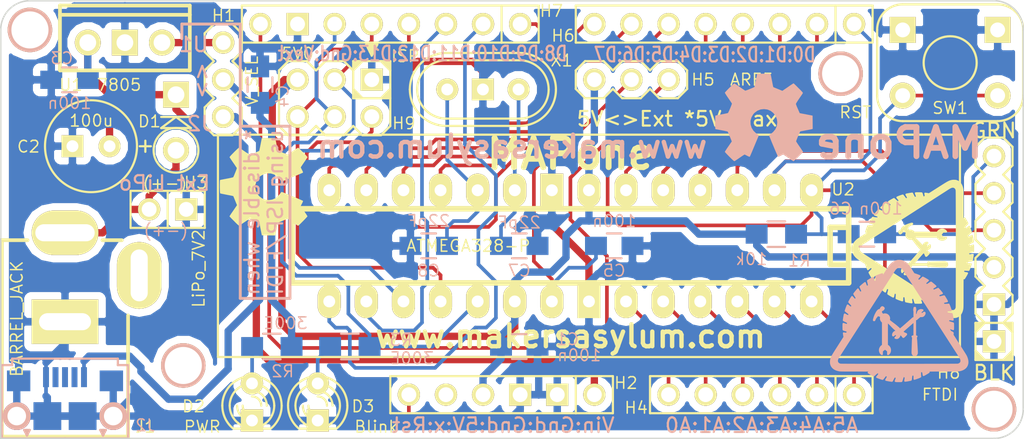
<source format=kicad_pcb>
(kicad_pcb (version 20171130) (host pcbnew "(5.1.12)-1")
  (title_block (title "MAPusart - USB to USART Bridge using CP2012") (rev v1) (company "Maker's Asylum : www.github.com/MakersAsylumIndia"))
  (layers (0 F.Cu signal) (31 B.Cu signal) (34 B.Paste user) (35 F.Paste user) (36 B.SilkS user) (37 F.SilkS user) (38 B.Mask user) (39 F.Mask user) (44 Edge.Cuts user))
  (net 0 "")
  (net 1 /5V)
  (net 2 /TXD)
  (net 3 /RXD)
  (net 4 /RST)
  (net 5 GND)
  (net 6 /V_IN)
  (net 7 "Net-(C6-Pad2)")
  (net 8 "Net-(D1-Pad1)")
  (net 9 "Net-(D2-Pad1)")
  (net 10 "Net-(D3-Pad1)")
  (net 11 /V_REG)
  (net 12 /V_USB)
  (net 13 /AD0)
  (net 14 /AD1)
  (net 15 /AD2)
  (net 16 /AD3)
  (net 17 /AD4_SDA)
  (net 18 /AD5_SCL)
  (net 19 /AREF)
  (net 20 /PD2)
  (net 21 /PD3_P)
  (net 22 /PD4)
  (net 23 /PD5_P)
  (net 24 /PD6_P)
  (net 25 /PD7)
  (net 26 /PB0)
  (net 27 /PB1_P)
  (net 28 /SS_P)
  (net 29 /MOSI_P)
  (net 30 /MISO)
  (net 31 /SCK)
  (net 32 "Net-(C7-Pad1)")
  (net 33 "Net-(C8-Pad1)")
  (net 34 /Vext)
  (module MAPone.pretty:LM78XXV (layer F.Cu) (at 58.5 34.87 90)
    (fp_text reference U1 (at -2.9 -3.7 180) (layer F.SilkS) (effects (font (size 0.8 0.8) (thickness 0.1))))
    (fp_text value 7805 (at -2.9 -0.4 180) (layer F.SilkS) (effects (font (size 0.8 0.8) (thickness 0.1))))
    (pad VI thru_hole circle (at 0 -2.54 90) (size 1.778 1.778) (drill 1.143) (layers *.Cu *.Mask F.SilkS) (net 6 /V_IN))
    (pad GND thru_hole rect (at 0 0 90) (size 1.778 1.778) (drill 1.143) (layers *.Cu *.Mask F.SilkS) (net 5 GND))
    (pad VO thru_hole circle (at 0 2.54 90) (size 1.778 1.778) (drill 1.143) (layers *.Cu *.Mask F.SilkS) (net 11 /V_REG))
  )
  (module MAPone.pretty:SW-PB (layer F.Cu) (at 115 36.25 270)
    (fp_text reference SW1 (at 3.1 0) (layer F.SilkS) (effects (font (size 0.8 0.8) (thickness 0.1))))
    (fp_text value RST (at 3.4 6.5) (layer F.SilkS) (effects (font (size 0.8 0.8) (thickness 0.1))))
    (pad 1 thru_hole rect (at -2.25 -3.25 270) (size 1.778 1.778) (drill 1.016) (layers *.Cu *.Mask F.SilkS) (net 5 GND))
    (pad 2 thru_hole circle (at 2.25 3.25 270) (size 1.778 1.778) (drill 1.016) (layers *.Cu *.Mask F.SilkS) (net 4 /RST))
    (pad 2 thru_hole circle (at 2.25 -3.25 270) (size 1.778 1.778) (drill 1.016) (layers *.Cu *.Mask F.SilkS) (net 4 /RST))
    (pad 1 thru_hole rect (at -2.25 3.25 270) (size 1.778 1.778) (drill 1.016) (layers *.Cu *.Mask F.SilkS) (net 5 GND))
  )
  (module MAPone.pretty:R_0805_HandSoldering (layer B.Cu) (at 73.9 55.7 180)
    (fp_text reference R3 (at -3.5 0.45 180) (layer B.SilkS) (effects (font (size 0.8 0.8) (thickness 0.1)) (justify mirror)))
    (fp_text value 300E (at -4.25 -0.8 180) (layer B.SilkS) (effects (font (size 0.8 0.8) (thickness 0.1)) (justify mirror)))
    (pad 1 smd rect (at -1.35 0 180) (size 1.5 1.3) (layers B.Cu B.Paste B.Mask) (net 31 /SCK))
    (pad 2 smd rect (at 1.35 0 180) (size 1.5 1.3) (layers B.Cu B.Paste B.Mask) (net 10 "Net-(D3-Pad1)"))
  )
  (module MAPone.pretty:R_0805_HandSoldering (layer B.Cu) (at 68.56 55.7)
    (fp_text reference R2 (at 0.74 1.7) (layer B.SilkS) (effects (font (size 0.8 0.8) (thickness 0.1)) (justify mirror)))
    (fp_text value 300E (at 0.94 -1.6) (layer B.SilkS) (effects (font (size 0.8 0.8) (thickness 0.1)) (justify mirror)))
    (pad 1 smd rect (at -1.35 0) (size 1.5 1.3) (layers B.Cu B.Paste B.Mask) (net 9 "Net-(D2-Pad1)"))
    (pad 2 smd rect (at 1.35 0) (size 1.5 1.3) (layers B.Cu B.Paste B.Mask) (net 1 /5V))
  )
  (module MAPone.pretty:R_0805_HandSoldering (layer B.Cu) (at 103.1 48)
    (fp_text reference R1 (at 1.5698 1.8126) (layer B.SilkS) (effects (font (size 0.8 0.8) (thickness 0.1)) (justify mirror)))
    (fp_text value 10k (at -1.7068 1.711) (layer B.SilkS) (effects (font (size 0.8 0.8) (thickness 0.1)) (justify mirror)))
    (pad 1 smd rect (at -1.35 0) (size 1.5 1.3) (layers B.Cu B.Paste B.Mask) (net 1 /5V))
    (pad 2 smd rect (at 1.35 0) (size 1.5 1.3) (layers B.Cu B.Paste B.Mask) (net 4 /RST))
  )
  (module MAPone.pretty:vite_3mm (layer F.Cu) (at 118 60)
    (fp_text reference P4 hide)
    (fp_text value CONN_1 hide)
    (pad 1 thru_hole circle (at 0 0) (size 3.048 3.048) (drill 2.54) (layers *.Cu *.SilkS *.Mask))
  )
  (module MAPone.pretty:vite_3mm (layer F.Cu) (at 62.5 57)
    (fp_text reference P3 hide)
    (fp_text value CONN_1 hide)
    (pad 1 thru_hole circle (at 0 0) (size 3.048 3.048) (drill 2.54) (layers *.Cu *.SilkS *.Mask))
  )
  (module MAPone.pretty:JACK_ALIM (layer F.Cu) (at 54.4 54 90)
    (fp_text reference J1 (at -7.2 5.5) (layer F.SilkS) (effects (font (size 0.8 0.8) (thickness 0.1))))
    (fp_text value BARREL_JACK (at 0.2 -3.3 270) (layer F.SilkS) (effects (font (size 0.8 0.8) (thickness 0.1))))
    (pad 2 thru_hole rect (at 0 0 90) (size 3.048 4.572) (drill oval 1.1684 3.556) (layers *.Cu *.Mask F.SilkS) (net 5 GND))
    (pad 1 thru_hole oval (at 6.096 0 90) (size 3.048 4.572) (drill oval 1.1684 4.064) (layers *.Cu *.Mask F.SilkS) (net 8 "Net-(D1-Pad1)"))
    (pad 3 thru_hole oval (at 3.175 5.08 90) (size 4.572 3.048) (drill oval 3.556 1.1684) (layers *.Cu *.Mask F.SilkS))
  )
  (module MAPone.pretty:Header_ICSP (layer F.Cu) (at 72.86 38.68)
    (fp_text reference H9 (at 4.74 1.72 180) (layer F.SilkS) (effects (font (size 0.8 0.8) (thickness 0.1))))
    (fp_text value ISP (at 4.84 -2.88 180) (layer F.SilkS) (effects (font (size 0.8 0.8) (thickness 0.1))))
    (fp_text user 5V0 (at -2.53 -3.05) (layer F.SilkS) (effects (font (size 0.8 0.8) (thickness 0.1))))
    (pad 1 thru_hole circle (at -2.54 1.27) (size 1.524 1.524) (drill 1.016) (layers *.Cu *.Mask F.SilkS) (net 30 /MISO))
    (pad 2 thru_hole circle (at -2.54 -1.27) (size 1.524 1.524) (drill 1.016) (layers *.Cu *.Mask F.SilkS) (net 1 /5V))
    (pad 3 thru_hole circle (at 0 1.27) (size 1.524 1.524) (drill 1.016) (layers *.Cu *.Mask F.SilkS) (net 31 /SCK))
    (pad 4 thru_hole circle (at 0 -1.27) (size 1.524 1.524) (drill 1.016) (layers *.Cu *.Mask F.SilkS) (net 29 /MOSI_P))
    (pad 5 thru_hole circle (at 2.54 1.27) (size 1.524 1.524) (drill 1.016) (layers *.Cu *.Mask F.SilkS) (net 4 /RST))
    (pad 6 thru_hole rect (at 2.54 -1.27) (size 1.524 1.524) (drill 1.016) (layers *.Cu *.Mask F.SilkS) (net 5 GND))
  )
  (module MAPone.pretty:Socket_Strip_Straight_1x08 (layer F.Cu) (at 76.67 33.6)
    (fp_text reference H7 (at 11.03 -0.9) (layer F.SilkS) (effects (font (size 0.8 0.8) (thickness 0.1))))
    (fp_text value IO_H hide)
    (pad 1 thru_hole circle (at 8.89 0) (size 1.524 1.524) (drill 1.016) (layers *.Cu *.Mask F.SilkS) (net 26 /PB0))
    (pad 2 thru_hole circle (at 6.35 0) (size 1.524 1.524) (drill 1.016) (layers *.Cu *.Mask F.SilkS) (net 27 /PB1_P))
    (pad 3 thru_hole circle (at 3.81 0) (size 1.524 1.524) (drill 1.016) (layers *.Cu *.Mask F.SilkS) (net 28 /SS_P))
    (pad 4 thru_hole circle (at 1.27 0) (size 1.524 1.524) (drill 1.016) (layers *.Cu *.Mask F.SilkS) (net 29 /MOSI_P))
    (pad 5 thru_hole circle (at -1.27 0) (size 1.524 1.524) (drill 1.016) (layers *.Cu *.Mask F.SilkS) (net 30 /MISO))
    (pad 6 thru_hole circle (at -3.81 0) (size 1.524 1.524) (drill 1.016) (layers *.Cu *.Mask F.SilkS) (net 31 /SCK))
    (pad 7 thru_hole rect (at -6.35 0) (size 1.524 1.524) (drill 1.016) (layers *.Cu *.Mask F.SilkS) (net 5 GND))
    (pad 8 thru_hole circle (at -8.89 0) (size 1.524 1.524) (drill 1.016) (layers *.Cu *.Mask F.SilkS) (net 34 /Vext))
  )
  (module MAPone.pretty:Socket_Strip_Straight_1x08 (layer F.Cu) (at 99.53 33.6)
    (fp_text reference H6 (at -11.03 0.8) (layer F.SilkS) (effects (font (size 0.8 0.8) (thickness 0.1))))
    (fp_text value IO_L hide)
    (pad 1 thru_hole circle (at 8.89 0) (size 1.524 1.524) (drill 1.016) (layers *.Cu *.Mask F.SilkS) (net 3 /RXD))
    (pad 2 thru_hole circle (at 6.35 0) (size 1.524 1.524) (drill 1.016) (layers *.Cu *.Mask F.SilkS) (net 2 /TXD))
    (pad 3 thru_hole circle (at 3.81 0) (size 1.524 1.524) (drill 1.016) (layers *.Cu *.Mask F.SilkS) (net 20 /PD2))
    (pad 4 thru_hole circle (at 1.27 0) (size 1.524 1.524) (drill 1.016) (layers *.Cu *.Mask F.SilkS) (net 21 /PD3_P))
    (pad 5 thru_hole circle (at -1.27 0) (size 1.524 1.524) (drill 1.016) (layers *.Cu *.Mask F.SilkS) (net 22 /PD4))
    (pad 6 thru_hole circle (at -3.81 0) (size 1.524 1.524) (drill 1.016) (layers *.Cu *.Mask F.SilkS) (net 23 /PD5_P))
    (pad 7 thru_hole circle (at -6.35 0) (size 1.524 1.524) (drill 1.016) (layers *.Cu *.Mask F.SilkS) (net 24 /PD6_P))
    (pad 8 thru_hole circle (at -8.89 0) (size 1.524 1.524) (drill 1.016) (layers *.Cu *.Mask F.SilkS) (net 25 /PD7))
  )
  (module MAPone.pretty:Socket_Strip_Straight_1x06 (layer F.Cu) (at 102.07 59)
    (fp_text reference H4 (at -8.57 0.9) (layer F.SilkS) (effects (font (size 0.8 0.8) (thickness 0.1))))
    (fp_text value ANALOG hide)
    (pad 1 thru_hole circle (at 6.35 0) (size 1.524 1.524) (drill 1.016) (layers *.Cu *.Mask F.SilkS) (net 18 /AD5_SCL))
    (pad 2 thru_hole circle (at 3.81 0) (size 1.524 1.524) (drill 1.016) (layers *.Cu *.Mask F.SilkS) (net 17 /AD4_SDA))
    (pad 3 thru_hole circle (at 1.27 0) (size 1.524 1.524) (drill 1.016) (layers *.Cu *.Mask F.SilkS) (net 16 /AD3))
    (pad 4 thru_hole circle (at -1.27 0) (size 1.524 1.524) (drill 1.016) (layers *.Cu *.Mask F.SilkS) (net 15 /AD2))
    (pad 5 thru_hole circle (at -3.81 0) (size 1.524 1.524) (drill 1.016) (layers *.Cu *.Mask F.SilkS) (net 14 /AD1))
    (pad 6 thru_hole circle (at -6.35 0) (size 1.524 1.524) (drill 1.016) (layers *.Cu *.Mask F.SilkS) (net 13 /AD0))
  )
  (module MAPone.pretty:Socket_Strip_Straight_1x06 (layer F.Cu) (at 84.29 59)
    (fp_text reference H2 (at 8.51 -0.8) (layer F.SilkS) (effects (font (size 0.8 0.8) (thickness 0.1))))
    (fp_text value Power hide)
    (pad 1 thru_hole circle (at 6.35 0) (size 1.524 1.524) (drill 1.016) (layers *.Cu *.Mask F.SilkS) (net 6 /V_IN))
    (pad 2 thru_hole rect (at 3.81 0) (size 1.524 1.524) (drill 1.016) (layers *.Cu *.Mask F.SilkS) (net 5 GND))
    (pad 3 thru_hole rect (at 1.27 0) (size 1.524 1.524) (drill 1.016) (layers *.Cu *.Mask F.SilkS) (net 5 GND))
    (pad 4 thru_hole circle (at -1.27 0) (size 1.524 1.524) (drill 1.016) (layers *.Cu *.Mask F.SilkS) (net 1 /5V))
    (pad 5 thru_hole circle (at -3.81 0) (size 1.524 1.524) (drill 1.016) (layers *.Cu *.Mask F.SilkS))
    (pad 6 thru_hole circle (at -6.35 0) (size 1.524 1.524) (drill 1.016) (layers *.Cu *.Mask F.SilkS) (net 4 /RST))
  )
  (module MAPone.pretty:Header_3 (layer F.Cu) (at 65.23 37.41 270)
    (fp_text reference H1 (at -4.39 -0.02 180) (layer F.SilkS) (effects (font (size 0.8 0.8) (thickness 0.1))))
    (fp_text value V_SEL (at 0.09 -1.97 90) (layer F.SilkS) (effects (font (size 0.8 0.8) (thickness 0.1))))
    (pad 1 thru_hole circle (at -2.54 0 270) (size 1.524 1.524) (drill 1.016) (layers *.Cu *.Mask F.SilkS) (net 11 /V_REG))
    (pad 2 thru_hole circle (at 0 0 270) (size 1.524 1.524) (drill 1.016) (layers *.Cu *.Mask F.SilkS) (net 1 /5V))
    (pad 3 thru_hole circle (at 2.54 0 270) (size 1.524 1.524) (drill 1.016) (layers *.Cu *.Mask F.SilkS) (net 12 /V_USB))
  )
  (module MAPone.pretty:LED-3MM (layer F.Cu) (at 71.7 59.5 270)
    (fp_text reference D3 (at 0.3 -3.1) (layer F.SilkS) (effects (font (size 0.8 0.8) (thickness 0.1))))
    (fp_text value Blink (at 1.7 -4) (layer F.SilkS) (effects (font (size 0.8 0.8) (thickness 0.1))))
    (pad 1 thru_hole circle (at -1.27 0 270) (size 1.524 1.524) (drill 0.8128) (layers *.Cu *.Mask F.SilkS) (net 10 "Net-(D3-Pad1)"))
    (pad 2 thru_hole rect (at 1.27 0 270) (size 1.524 1.524) (drill 0.8128) (layers *.Cu *.Mask F.SilkS) (net 5 GND))
  )
  (module MAPone.pretty:LED-3MM (layer F.Cu) (at 67.2 59.5 270)
    (fp_text reference D2 (at 0.3 4) (layer F.SilkS) (effects (font (size 0.8 0.8) (thickness 0.1))))
    (fp_text value PWR (at 1.7 3.4) (layer F.SilkS) (effects (font (size 0.8 0.8) (thickness 0.1))))
    (pad 1 thru_hole circle (at -1.27 0 270) (size 1.524 1.524) (drill 0.8128) (layers *.Cu *.Mask F.SilkS) (net 9 "Net-(D2-Pad1)"))
    (pad 2 thru_hole rect (at 1.27 0 270) (size 1.524 1.524) (drill 0.8128) (layers *.Cu *.Mask F.SilkS) (net 5 GND))
  )
  (module MAPone.pretty:C_0805_HandSoldering (layer B.Cu) (at 79.3 48.8 180)
    (fp_text reference C8 (at 0 -1.7 180) (layer B.SilkS) (effects (font (size 0.8 0.8) (thickness 0.1)) (justify mirror)))
    (fp_text value 22pF (at 0 1.7 180) (layer B.SilkS) (effects (font (size 0.8 0.8) (thickness 0.1)) (justify mirror)))
    (pad 1 smd rect (at -1.25 0 180) (size 1.5 1.25) (layers B.Cu B.Paste B.Mask) (net 33 "Net-(C8-Pad1)"))
    (pad 2 smd rect (at 1.25 0 180) (size 1.5 1.25) (layers B.Cu B.Paste B.Mask) (net 5 GND))
  )
  (module MAPone.pretty:C_0805_HandSoldering (layer B.Cu) (at 85.5 48.8)
    (fp_text reference C7 (at 0 1.7) (layer B.SilkS) (effects (font (size 0.8 0.8) (thickness 0.1)) (justify mirror)))
    (fp_text value 22pF (at 0 -1.6) (layer B.SilkS) (effects (font (size 0.8 0.8) (thickness 0.1)) (justify mirror)))
    (pad 1 smd rect (at -1.25 0) (size 1.5 1.25) (layers B.Cu B.Paste B.Mask) (net 32 "Net-(C7-Pad1)"))
    (pad 2 smd rect (at 1.25 0) (size 1.5 1.25) (layers B.Cu B.Paste B.Mask) (net 5 GND))
  )
  (module MAPone.pretty:C_0805_HandSoldering (layer B.Cu) (at 109.3 48)
    (fp_text reference C6 (at -1.8 -1.75) (layer B.SilkS) (effects (font (size 0.8 0.8) (thickness 0.1)) (justify mirror)))
    (fp_text value 100n (at 0.95 -1.75) (layer B.SilkS) (effects (font (size 0.8 0.8) (thickness 0.1)) (justify mirror)))
    (pad 1 smd rect (at -1.25 0) (size 1.5 1.25) (layers B.Cu B.Paste B.Mask) (net 4 /RST))
    (pad 2 smd rect (at 1.25 0) (size 1.5 1.25) (layers B.Cu B.Paste B.Mask) (net 7 "Net-(C6-Pad2)"))
  )
  (module MAPone.pretty:C_0805_HandSoldering (layer B.Cu) (at 92 48.8)
    (fp_text reference C5 (at 0 1.7) (layer B.SilkS) (effects (font (size 0.8 0.8) (thickness 0.1)) (justify mirror)))
    (fp_text value 100n (at 0 -1.7) (layer B.SilkS) (effects (font (size 0.8 0.8) (thickness 0.1)) (justify mirror)))
    (pad 1 smd rect (at -1.25 0) (size 1.5 1.25) (layers B.Cu B.Paste B.Mask) (net 19 /AREF))
    (pad 2 smd rect (at 1.25 0) (size 1.5 1.25) (layers B.Cu B.Paste B.Mask) (net 5 GND))
  )
  (module MAPone.pretty:C_0805_HandSoldering (layer B.Cu) (at 67.75 37.75 90)
    (fp_text reference C4 (at -0.79 1.55 270) (layer B.SilkS) (effects (font (size 0.8 0.8) (thickness 0.1)) (justify mirror)))
    (fp_text value 100n hide)
    (pad 1 smd rect (at -1.25 0 90) (size 1.5 1.25) (layers B.Cu B.Paste B.Mask) (net 1 /5V))
    (pad 2 smd rect (at 1.25 0 90) (size 1.5 1.25) (layers B.Cu B.Paste B.Mask) (net 5 GND))
  )
  (module MAPone.pretty:C_0805_HandSoldering (layer B.Cu) (at 54.71 37.42)
    (fp_text reference C3 (at -0.53 -1.48 180) (layer B.SilkS) (effects (font (size 0.8 0.8) (thickness 0.1)) (justify mirror)))
    (fp_text value 100n (at 0 1.59 180) (layer B.SilkS) (effects (font (size 0.8 0.8) (thickness 0.1)) (justify mirror)))
    (pad 1 smd rect (at -1.25 0) (size 1.5 1.25) (layers B.Cu B.Paste B.Mask) (net 5 GND))
    (pad 2 smd rect (at 1.25 0) (size 1.5 1.25) (layers B.Cu B.Paste B.Mask) (net 6 /V_IN))
  )
  (module MAPone.pretty:C_0805_HandSoldering (layer B.Cu) (at 85.5 55.7)
    (fp_text reference C1 (at 3.3 -0.5) (layer B.SilkS) (effects (font (size 0.8 0.8) (thickness 0.1)) (justify mirror)))
    (fp_text value 100n (at 4.1 0.6) (layer B.SilkS) (effects (font (size 0.8 0.8) (thickness 0.1)) (justify mirror)))
    (pad 1 smd rect (at -1.25 0) (size 1.5 1.25) (layers B.Cu B.Paste B.Mask) (net 1 /5V))
    (pad 2 smd rect (at 1.25 0) (size 1.5 1.25) (layers B.Cu B.Paste B.Mask) (net 5 GND))
  )
  (module MAPone.pretty:DIP-28__300_ELL_ZIF (layer F.Cu) (at 89 48.8 180)
    (fp_text reference U2 (at -18.667 3.8642 180) (layer F.SilkS) (effects (font (size 0.8 0.8) (thickness 0.1))))
    (fp_text value ATMEGA328-P (at 6.985 0 180) (layer F.SilkS) (effects (font (size 0.8 0.8) (thickness 0.1))))
    (pad 2 thru_hole oval (at -13.97 3.81 180) (size 1.5748 2.286) (drill 0.8128) (layers *.Cu *.Mask F.SilkS) (net 3 /RXD))
    (pad 3 thru_hole oval (at -11.43 3.81 180) (size 1.5748 2.286) (drill 0.8128) (layers *.Cu *.Mask F.SilkS) (net 2 /TXD))
    (pad 4 thru_hole oval (at -8.89 3.81 180) (size 1.5748 2.286) (drill 0.8128) (layers *.Cu *.Mask F.SilkS) (net 20 /PD2))
    (pad 5 thru_hole oval (at -6.35 3.81 180) (size 1.5748 2.286) (drill 0.8128) (layers *.Cu *.Mask F.SilkS) (net 21 /PD3_P))
    (pad 6 thru_hole oval (at -3.81 3.81 180) (size 1.5748 2.286) (drill 0.8128) (layers *.Cu *.Mask F.SilkS) (net 22 /PD4))
    (pad 7 thru_hole oval (at -1.27 3.81 180) (size 1.5748 2.286) (drill 0.8128) (layers *.Cu *.Mask F.SilkS) (net 1 /5V))
    (pad 8 thru_hole rect (at 1.27 3.81 180) (size 1.5748 2.286) (drill 0.8128) (layers *.Cu *.Mask F.SilkS) (net 5 GND))
    (pad 9 thru_hole oval (at 3.81 3.81 180) (size 1.5748 2.286) (drill 0.8128) (layers *.Cu *.Mask F.SilkS) (net 32 "Net-(C7-Pad1)"))
    (pad 10 thru_hole oval (at 6.35 3.81 180) (size 1.5748 2.286) (drill 0.8128) (layers *.Cu *.Mask F.SilkS) (net 33 "Net-(C8-Pad1)"))
    (pad 11 thru_hole oval (at 8.89 3.81 180) (size 1.5748 2.286) (drill 0.8128) (layers *.Cu *.Mask F.SilkS) (net 23 /PD5_P))
    (pad 12 thru_hole oval (at 11.43 3.81 180) (size 1.5748 2.286) (drill 0.8128) (layers *.Cu *.Mask F.SilkS) (net 24 /PD6_P))
    (pad 13 thru_hole oval (at 13.97 3.81 180) (size 1.5748 2.286) (drill 0.8128) (layers *.Cu *.Mask F.SilkS) (net 25 /PD7))
    (pad 14 thru_hole oval (at 16.51 3.81 180) (size 1.5748 2.286) (drill 0.8128) (layers *.Cu *.Mask F.SilkS) (net 26 /PB0))
    (pad 1 thru_hole oval (at -16.51 3.81 180) (size 1.5748 2.286) (drill 0.8128) (layers *.Cu *.Mask F.SilkS) (net 4 /RST))
    (pad 15 thru_hole oval (at 16.51 -3.81 180) (size 1.5748 2.286) (drill 0.8128) (layers *.Cu *.Mask F.SilkS) (net 27 /PB1_P))
    (pad 16 thru_hole oval (at 13.97 -3.81 180) (size 1.5748 2.286) (drill 0.8128) (layers *.Cu *.Mask F.SilkS) (net 28 /SS_P))
    (pad 17 thru_hole oval (at 11.43 -3.81 180) (size 1.5748 2.286) (drill 0.8128) (layers *.Cu *.Mask F.SilkS) (net 29 /MOSI_P))
    (pad 18 thru_hole oval (at 8.89 -3.81 180) (size 1.5748 2.286) (drill 0.8128) (layers *.Cu *.Mask F.SilkS) (net 30 /MISO))
    (pad 19 thru_hole oval (at 6.35 -3.81 180) (size 1.5748 2.286) (drill 0.8128) (layers *.Cu *.Mask F.SilkS) (net 31 /SCK))
    (pad 20 thru_hole oval (at 3.81 -3.81 180) (size 1.5748 2.286) (drill 0.8128) (layers *.Cu *.Mask F.SilkS) (net 1 /5V))
    (pad 21 thru_hole oval (at 1.27 -3.81 180) (size 1.5748 2.286) (drill 0.8128) (layers *.Cu *.Mask F.SilkS) (net 19 /AREF))
    (pad 22 thru_hole rect (at -1.27 -3.81 180) (size 1.5748 2.286) (drill 0.8128) (layers *.Cu *.Mask F.SilkS) (net 5 GND))
    (pad 23 thru_hole oval (at -3.81 -3.81 180) (size 1.5748 2.286) (drill 0.8128) (layers *.Cu *.Mask F.SilkS) (net 13 /AD0))
    (pad 24 thru_hole oval (at -6.35 -3.81 180) (size 1.5748 2.286) (drill 0.8128) (layers *.Cu *.Mask F.SilkS) (net 14 /AD1))
    (pad 25 thru_hole oval (at -8.89 -3.81 180) (size 1.5748 2.286) (drill 0.8128) (layers *.Cu *.Mask F.SilkS) (net 15 /AD2))
    (pad 26 thru_hole oval (at -11.43 -3.81 180) (size 1.5748 2.286) (drill 0.8128) (layers *.Cu *.Mask F.SilkS) (net 16 /AD3))
    (pad 27 thru_hole oval (at -13.97 -3.81 180) (size 1.5748 2.286) (drill 0.8128) (layers *.Cu *.Mask F.SilkS) (net 17 /AD4_SDA))
    (pad 28 thru_hole oval (at -16.51 -3.81 180) (size 1.5748 2.286) (drill 0.8128) (layers *.Cu *.Mask F.SilkS) (net 18 /AD5_SCL))
  )
  (module MAPone.pretty:Header_FTDI (layer F.Cu) (at 118 49 90)
    (fp_text reference H8 (at -8.5 -3.1 180) (layer F.SilkS) (effects (font (size 0.8 0.8) (thickness 0.1))))
    (fp_text value FTDI (at -10 -3.7 180) (layer F.SilkS) (effects (font (size 0.8 0.8) (thickness 0.1))))
    (fp_text user GRN (at 8.1 0 180) (layer F.SilkS))
    (fp_text user BLK (at -8.5 0 180) (layer F.SilkS))
    (pad 1 thru_hole rect (at -6.35 0 90) (size 1.524 1.524) (drill 1.016) (layers *.Cu *.Mask F.SilkS) (net 5 GND))
    (pad 2 thru_hole rect (at -3.81 0 90) (size 1.524 1.524) (drill 1.016) (layers *.Cu *.Mask F.SilkS) (net 5 GND))
    (pad 3 thru_hole circle (at -1.27 0 90) (size 1.524 1.524) (drill 1.016) (layers *.Cu *.Mask F.SilkS) (net 1 /5V))
    (pad 4 thru_hole circle (at 1.27 0 90) (size 1.524 1.524) (drill 1.016) (layers *.Cu *.Mask F.SilkS) (net 3 /RXD))
    (pad 5 thru_hole circle (at 3.81 0 90) (size 1.524 1.524) (drill 1.016) (layers *.Cu *.Mask F.SilkS) (net 2 /TXD))
    (pad 6 thru_hole circle (at 6.35 0 90) (size 1.524 1.524) (drill 1.016) (layers *.Cu *.Mask F.SilkS) (net 7 "Net-(C6-Pad2)"))
  )
  (module MAPone.pretty:USB_B_Micro (layer B.Cu) (at 54.4 57.8 90)
    (fp_text reference J2 (at -3.3 5.5 180) (layer B.SilkS) (effects (font (size 0.8 0.8) (thickness 0.1)) (justify mirror)))
    (fp_text value USB-Micro hide)
    (pad 3 smd rect (at 0 0 90) (size 1.3716 0.4064) (layers B.Cu B.Paste B.Mask) (clearance 0.2032))
    (pad 4 smd rect (at 0 -0.65024 90) (size 1.3716 0.4064) (layers B.Cu B.Paste B.Mask) (clearance 0.2032))
    (pad 5 smd rect (at 0 -1.30048 90) (size 1.3716 0.4064) (layers B.Cu B.Paste B.Mask) (net 5 GND) (clearance 0.2032))
    (pad 2 smd rect (at 0 0.65024 90) (size 1.3716 0.4064) (layers B.Cu B.Paste B.Mask) (clearance 0.2032))
    (pad 1 smd rect (at 0 1.30048 90) (size 1.3716 0.4064) (layers B.Cu B.Paste B.Mask) (net 12 /V_USB) (clearance 0.2032))
    (pad T1 smd rect (at -0.254 3.175 90) (size 1.4224 1.6002) (layers B.Cu B.Paste B.Mask) (net 5 GND))
    (pad T2 smd rect (at -0.254 -3.175 90) (size 1.4224 1.6002) (layers B.Cu B.Paste B.Mask) (net 5 GND))
    (pad T3 smd rect (at -2.667 1.2065 90) (size 1.905 1.905) (layers B.Cu B.Paste B.Mask) (net 5 GND) (clearance 0.2032))
    (pad T4 smd rect (at -2.667 -1.2065 90) (size 1.905 1.905) (layers B.Cu B.Paste B.Mask) (net 5 GND) (clearance 0.2032))
    (pad T5 thru_hole circle (at -2.667 3.302 90) (size 1.905 1.905) (drill 1.27) (layers *.Cu *.Paste *.Mask B.SilkS) (net 5 GND) (clearance 0.2032))
    (pad T6 thru_hole circle (at -2.667 -3.302 90) (size 1.905 1.905) (drill 1.27) (layers *.Cu *.Paste *.Mask B.SilkS) (net 5 GND) (clearance 0.2032))
  )
  (module MAPone.pretty:Crystal_HC49-U_Vertical_3Pin (layer F.Cu) (at 83.01 38.08 180)
    (fp_text reference X1 (at -5.39 1.98 180) (layer F.SilkS) (effects (font (size 0.8 0.8) (thickness 0.1))))
    (fp_text value 16MHz hide)
    (pad 1 thru_hole circle (at -2.44094 0 180) (size 1.50114 1.50114) (drill 0.8128) (layers *.Cu *.Mask F.SilkS) (net 32 "Net-(C7-Pad1)"))
    (pad 2 thru_hole circle (at 2.44094 0 180) (size 1.50114 1.50114) (drill 0.8128) (layers *.Cu *.Mask F.SilkS) (net 33 "Net-(C8-Pad1)"))
    (pad 3 thru_hole rect (at 0 0 180) (size 1.50114 1.50114) (drill 0.8128) (layers *.Cu *.Mask F.SilkS) (net 5 GND))
  )
  (module MAPone.pretty:Diode_DO-41_SOD81_Vertical_KathodeUp (layer F.Cu) (at 62 40.25 90)
    (fp_text reference D1 (at -0.02 -1.82 180) (layer F.SilkS) (effects (font (size 0.8 0.8) (thickness 0.1))))
    (fp_text value 1N4007 hide)
    (pad 1 thru_hole circle (at -2 0 90) (size 1.778 1.778) (drill 1.143) (layers *.Cu *.Mask F.SilkS) (net 8 "Net-(D1-Pad1)"))
    (pad 2 thru_hole rect (at 1.81 0 90) (size 1.778 1.778) (drill 1.143) (layers *.Cu *.Mask F.SilkS) (net 6 /V_IN))
  )
  (module MAPone.pretty:vite_3mm (layer F.Cu) (at 52 34)
    (fp_text reference P1 hide)
    (fp_text value CONN_1 hide)
    (pad 1 thru_hole circle (at 0 0) (size 3.048 3.048) (drill 2.54) (layers *.Cu *.SilkS *.Mask))
  )
  (module MAPone.pretty:vite_3mm (layer F.Cu) (at 107.5 37)
    (fp_text reference P2 hide)
    (fp_text value CONN_1 hide)
    (pad 1 thru_hole circle (at 0 0) (size 3.048 3.048) (drill 2.54) (layers *.Cu *.SilkS *.Mask))
  )
  (module MAPone.pretty:Header_A_REF (layer F.Cu) (at 93.18 37.41)
    (fp_text reference H5 (at 4.9 0 180) (layer F.SilkS) (effects (font (size 0.8 0.8) (thickness 0.1))))
    (fp_text value AREF (at 8.2 0 180) (layer F.SilkS) (effects (font (size 0.8 0.8) (thickness 0.1))))
    (pad 1 thru_hole circle (at -2.54 0) (size 1.524 1.524) (drill 1.016) (layers *.Cu *.Mask F.SilkS) (net 1 /5V))
    (pad 2 thru_hole circle (at 0 0) (size 1.524 1.524) (drill 1.016) (layers *.Cu *.Mask F.SilkS) (net 19 /AREF))
    (pad 3 thru_hole circle (at 2.54 0) (size 1.524 1.524) (drill 1.016) (layers *.Cu *.Mask F.SilkS) (net 34 /Vext))
  )
  (module MAPone.pretty:MA_Logo2 (layer F.Cu) (at 112.5 49 90)
    (fp_text reference Z2 hide)
    (fp_text value CONN_1 hide)
  )
  (module MAPone.pretty:Elko_vert_11.2x6.3mm_RM2.5 (layer F.Cu) (at 57.45 41.97 180)
    (fp_text reference C2 (at 5.55 -0.03) (layer F.SilkS) (effects (font (size 0.8 0.8) (thickness 0.1))))
    (fp_text value 100u (at 1.25 1.75) (layer F.SilkS) (effects (font (size 0.8 0.8) (thickness 0.1))))
    (fp_text user + (at -2.45 0.07 180) (layer F.SilkS))
    (pad 2 thru_hole rect (at 2.54 0 180) (size 1.50114 1.50114) (drill 0.8128) (layers *.Cu *.Mask F.SilkS) (net 5 GND))
    (pad 1 thru_hole circle (at 0 0 180) (size 1.50114 1.50114) (drill 0.8128) (layers *.Cu *.Mask F.SilkS) (net 6 /V_IN))
  )
  (module MAPone:OSHW_6mm (layer B.Cu) (at 102.25 40 180)
    (fp_text reference Z6 hide)
    (fp_text value CONN_1 hide)
  )
  (module MAPone:OSHW_6mm (layer F.Cu) (at 68 44.75 90)
    (fp_text reference Z7 hide)
    (fp_text value CONN_1 hide)
  )
  (module MAPone.pretty:Pin_Header_Straight_1x02 (layer F.Cu) (at 61.43 46.3 180)
    (fp_text reference H3 (at -1.92 1.83) (layer F.SilkS) (effects (font (size 0.8 0.8) (thickness 0.1))))
    (fp_text value LiPo_7V2 (at -2.12 -4.05 270) (layer F.SilkS) (effects (font (size 0.8 0.8) (thickness 0.1))))
    (pad 1 thru_hole rect (at -1.27 0 180) (size 1.524 1.524) (drill 1.016) (layers *.Cu *.Mask F.SilkS) (net 5 GND))
    (pad 2 thru_hole circle (at 1.27 0 180) (size 1.524 1.524) (drill 1.016) (layers *.Cu *.Mask F.SilkS) (net 8 "Net-(D1-Pad1)"))
  )
  (module MAPone.pretty:MA_Logo2 (layer B.Cu) (at 111.5 54 180)
    (fp_text reference Z1 hide)
    (fp_text value CONN_1 hide)
  )
  (gr_line (start 69.8 40.6) (end 66.5 40.6) (angle 90) (layer B.SilkS) (width 0.2))
  (gr_line (start 69.8 52.4) (end 69.8 40.6) (angle 90) (layer B.SilkS) (width 0.2))
  (gr_line (start 66.4 52.4) (end 69.8 52.4) (angle 90) (layer B.SilkS) (width 0.2))
  (gr_line (start 62.4 33.6) (end 62.4 34.6) (angle 90) (layer B.SilkS) (width 0.2))
  (gr_line (start 66.4 33.6) (end 62.4 33.6) (angle 90) (layer B.SilkS) (width 0.2))
  (gr_line (start 66.4 52.4) (end 66.4 33.6) (angle 90) (layer B.SilkS) (width 0.2))
  (gr_text "* disable when\nusing ISP/FTDI" (at 68 46.5 90) (layer B.SilkS) (effects (font (size 1 1)) (justify mirror)))
  (gr_line (start 120 60) (end 120 34) (angle 90) (layer Edge.Cuts) (width 0.1))
  (gr_text "Ext LiPo" (at 61.21 44.5) (layer B.SilkS) (effects (font (size 1 1)) (justify mirror)))
  (gr_text "(-+)" (at 61.31 47.74) (layer B.SilkS) (effects (font (size 0.8 0.8) (thickness 0.1)) (justify mirror)))
  (gr_text "(-+)" (at 61.24 44.63 180) (layer F.SilkS) (effects (font (size 0.8 0.8) (thickness 0.1))))
  (gr_arc (start 118 34) (end 118 32) (angle 90) (layer Edge.Cuts) (width 0.1))
  (gr_arc (start 118 60) (end 120 60) (angle 90) (layer Edge.Cuts) (width 0.1))
  (gr_arc (start 52 34) (end 50 34) (angle 90) (layer Edge.Cuts) (width 0.1))
  (gr_text www.makersasylum.com (at 89 55) (layer F.SilkS) (effects (font (size 1.5 1.5) (thickness 0.3))))
  (gr_text MAPone (at 89 42.5) (layer F.SilkS) (effects (font (size 2 2) (thickness 0.4))))
  (gr_text www.makersasylum.com (at 85 42) (layer B.SilkS) (effects (font (size 1.5 1.5) (thickness 0.3)) (justify mirror)))
  (gr_text MAPone (at 111.5 41.75) (layer B.SilkS) (effects (font (size 2 2) (thickness 0.4)) (justify mirror)))
  (gr_text D8:D9:D10:D11:D12:D13:Gnd:Vext (at 78.88 35.63) (layer B.SilkS) (effects (font (size 1 0.8)) (justify mirror)))
  (gr_text D0:D1:D2:D3:D4:D5:D6:D7 (at 98.2 35.7) (layer B.SilkS) (effects (font (size 1 0.8)) (justify mirror)))
  (gr_text Vin:Gnd:Gnd:5V:x:Rst (at 84.4 61.1) (layer B.SilkS) (effects (font (size 1 1)) (justify mirror)))
  (gr_text A5:A4:A3:A2:A1:A0 (at 102.1 61.1) (layer B.SilkS) (effects (font (size 1 1)) (justify mirror)))
  (gr_text <> (at 63.72 37.47 90) (layer B.SilkS) (effects (font (size 1 1)) (justify mirror)))
  (gr_text J2 (at 63.61 40.43) (layer B.SilkS) (effects (font (size 1 1)) (justify mirror)))
  (gr_text U1 (at 63.2 35) (layer B.SilkS) (effects (font (size 1 1)) (justify mirror)))
  (gr_text "5V<>Ext *5V max" (at 96.3 40.1) (layer F.SilkS) (effects (font (size 1 1))))
  (gr_line (start 50 62) (end 50 34) (angle 90) (layer Edge.Cuts) (width 0.1))
  (gr_line (start 118 62) (end 50 62) (angle 90) (layer Edge.Cuts) (width 0.1))
  (gr_line (start 52 32) (end 118 32) (angle 90) (layer Edge.Cuts) (width 0.1))
  (segment (start 102.55 49.56) (end 117.29 49.56) (width 0.5) (layer B.Cu) (net 1))
  (segment (start 117.29 49.56) (end 118 50.27) (width 0.5) (layer B.Cu) (net 1))
  (segment (start 84.25 55.1968) (end 84.25 55.7) (width 0.5) (layer B.Cu) (net 1))
  (segment (start 101.75 48) (end 101.75 48.376) (width 0.5) (layer B.Cu) (net 1))
  (segment (start 90.85 37.62) (end 90.64 37.41) (width 0.5) (layer B.Cu) (net 1))
  (segment (start 90.27 44.99) (end 90.27 47.09215) (width 0.5) (layer B.Cu) (net 1))
  (segment (start 90.27 47.09215) (end 96.89215 47.09215) (width 0.5) (layer B.Cu) (net 1))
  (segment (start 85.19 51.21) (end 85.19 52.61) (width 0.5) (layer B.Cu) (net 1))
  (segment (start 85.8 50.6) (end 85.19 51.21) (width 0.5) (layer B.Cu) (net 1))
  (segment (start 87.7 50.6) (end 85.8 50.6) (width 0.5) (layer B.Cu) (net 1))
  (segment (start 88.7 49.6) (end 87.7 50.6) (width 0.5) (layer B.Cu) (net 1))
  (segment (start 89.69215 47.09215) (end 90.27 47.09215) (width 0.5) (layer B.Cu) (net 1))
  (segment (start 89.69215 47.09215) (end 88.7 48.0843) (width 0.5) (layer B.Cu) (net 1))
  (segment (start 88.7 48.0843) (end 88.7 49.6) (width 0.5) (layer B.Cu) (net 1))
  (segment (start 84.25 54.95) (end 85.19 54.01) (width 0.5) (layer B.Cu) (net 1))
  (segment (start 85.19 54.01) (end 85.19 52.61) (width 0.5) (layer B.Cu) (net 1))
  (segment (start 84.25 55.7) (end 84.25 54.95) (width 0.5) (layer B.Cu) (net 1))
  (segment (start 101.75 48.76) (end 102.55 49.56) (width 0.5) (layer B.Cu) (net 1))
  (segment (start 101.75 48) (end 101.75 48.76) (width 0.5) (layer B.Cu) (net 1))
  (segment (start 97.8 48) (end 96.89215 47.09215) (width 0.5) (layer B.Cu) (net 1))
  (segment (start 101.75 48) (end 97.8 48) (width 0.5) (layer B.Cu) (net 1))
  (segment (start 84.25 56.54) (end 83.02 57.77) (width 0.5) (layer B.Cu) (net 1))
  (segment (start 83.02 57.77) (end 83.02 59) (width 0.5) (layer B.Cu) (net 1))
  (segment (start 84.25 55.7) (end 84.25 56.54) (width 0.5) (layer B.Cu) (net 1))
  (segment (start 85.19 54.41) (end 84.6 55) (width 0.5) (layer F.Cu) (net 1))
  (segment (start 84.6 55) (end 70.1 55) (width 0.5) (layer F.Cu) (net 1))
  (segment (start 70.1 55) (end 69.25 54.15) (width 0.5) (layer F.Cu) (net 1))
  (segment (start 85.19 54.41) (end 85.19 52.61) (width 0.5) (layer F.Cu) (net 1))
  (segment (start 90.27 41.99215) (end 90.64 41.62215) (width 0.5) (layer B.Cu) (net 1))
  (segment (start 90.64 41.62215) (end 90.64 37.41) (width 0.5) (layer B.Cu) (net 1))
  (segment (start 90.27 44.99) (end 90.27 41.99215) (width 0.5) (layer B.Cu) (net 1))
  (segment (start 69.25 42.07) (end 68.59 41.41) (width 0.5) (layer F.Cu) (net 1))
  (segment (start 68.59 41.41) (end 68.59 38.25) (width 0.5) (layer F.Cu) (net 1))
  (segment (start 68.59 38.25) (end 69.43 37.41) (width 0.5) (layer F.Cu) (net 1))
  (segment (start 69.43 37.41) (end 70.32 37.41) (width 0.5) (layer F.Cu) (net 1))
  (segment (start 69.25 54.15) (end 69.25 42.07) (width 0.5) (layer F.Cu) (net 1))
  (segment (start 68.5 39) (end 67.75 39) (width 0.5) (layer B.Cu) (net 1))
  (segment (start 70.09 37.41) (end 68.5 39) (width 0.5) (layer B.Cu) (net 1))
  (segment (start 70.32 37.41) (end 70.09 37.41) (width 0.5) (layer B.Cu) (net 1))
  (segment (start 67 39) (end 67.75 39) (width 0.5) (layer B.Cu) (net 1))
  (segment (start 65.41 37.41) (end 67 39) (width 0.5) (layer B.Cu) (net 1))
  (segment (start 65.23 37.41) (end 65.41 37.41) (width 0.5) (layer B.Cu) (net 1))
  (segment (start 67.75 39.99) (end 68.55 40.79) (width 0.5) (layer B.Cu) (net 1))
  (segment (start 68.55 40.79) (end 68.55 52.51) (width 0.5) (layer B.Cu) (net 1))
  (segment (start 69.91 53.87) (end 69.91 55.7) (width 0.5) (layer B.Cu) (net 1))
  (segment (start 68.55 52.51) (end 69.91 53.87) (width 0.5) (layer B.Cu) (net 1))
  (segment (start 67.75 39) (end 67.75 39.99) (width 0.5) (layer B.Cu) (net 1))
  (segment (start 100.43 43.37) (end 101.5 42.3) (width 0.25) (layer F.Cu) (net 2))
  (segment (start 101.5 42.3) (end 105 42.3) (width 0.25) (layer F.Cu) (net 2))
  (segment (start 110.3 42.3) (end 113.19 45.19) (width 0.25) (layer F.Cu) (net 2))
  (segment (start 105 42.3) (end 110.3 42.3) (width 0.25) (layer F.Cu) (net 2))
  (segment (start 113.19 45.19) (end 118 45.19) (width 0.25) (layer F.Cu) (net 2))
  (segment (start 100.43 44.99) (end 100.43 43.37) (width 0.25) (layer F.Cu) (net 2))
  (segment (start 105 36) (end 105 42.3) (width 0.25) (layer F.Cu) (net 2))
  (segment (start 105.88 35.12) (end 105 36) (width 0.25) (layer F.Cu) (net 2))
  (segment (start 105.88 33.6) (end 105.88 35.12) (width 0.25) (layer F.Cu) (net 2))
  (segment (start 109.54 34.72) (end 109.54 42.33) (width 0.25) (layer B.Cu) (net 3))
  (segment (start 102.97 43.77) (end 102.97 44.99) (width 0.25) (layer B.Cu) (net 3))
  (segment (start 103.72 43.02) (end 102.97 43.77) (width 0.25) (layer B.Cu) (net 3))
  (segment (start 108.85 43.02) (end 103.72 43.02) (width 0.25) (layer B.Cu) (net 3))
  (segment (start 109.54 42.33) (end 108.85 43.02) (width 0.25) (layer B.Cu) (net 3))
  (segment (start 113.73 47.73) (end 109 43) (width 0.25) (layer F.Cu) (net 3))
  (segment (start 109 43) (end 103.75 43) (width 0.25) (layer F.Cu) (net 3))
  (segment (start 103.75 43) (end 102.97 43.78) (width 0.25) (layer F.Cu) (net 3))
  (segment (start 102.97 43.78) (end 102.97 44.99) (width 0.25) (layer F.Cu) (net 3))
  (segment (start 118 47.73) (end 113.73 47.73) (width 0.25) (layer F.Cu) (net 3))
  (segment (start 109.54 34.72) (end 108.42 33.6) (width 0.25) (layer B.Cu) (net 3))
  (segment (start 111.75 38.5) (end 118.25 38.5) (width 0.25) (layer F.Cu) (net 4))
  (segment (start 110.2 42.53) (end 110.2 40.05) (width 0.25) (layer B.Cu) (net 4))
  (segment (start 110.2 40.05) (end 111.75 38.5) (width 0.25) (layer B.Cu) (net 4))
  (segment (start 111.75 38.5) (end 111.75 38.78) (width 0.25) (layer B.Cu) (net 4))
  (segment (start 106.87 43.63) (end 105.51 44.99) (width 0.25) (layer B.Cu) (net 4))
  (segment (start 109.1 43.63) (end 106.87 43.63) (width 0.25) (layer B.Cu) (net 4))
  (segment (start 110.2 42.53) (end 109.1 43.63) (width 0.25) (layer B.Cu) (net 4))
  (segment (start 83.9 47) (end 83.4 47.5) (width 0.25) (layer F.Cu) (net 4))
  (segment (start 83.9 44.1) (end 83.9 47) (width 0.25) (layer F.Cu) (net 4))
  (segment (start 72.1 47.5) (end 70.95 46.35) (width 0.25) (layer F.Cu) (net 4))
  (segment (start 70.95 46.35) (end 70.95 42.42) (width 0.25) (layer F.Cu) (net 4))
  (segment (start 83.4 47.5) (end 72.1 47.5) (width 0.25) (layer F.Cu) (net 4))
  (segment (start 97.64 37.77) (end 91.55 43.86) (width 0.25) (layer F.Cu) (net 4))
  (segment (start 97.64 36.54) (end 97.64 37.77) (width 0.25) (layer F.Cu) (net 4))
  (segment (start 97.22 36.12) (end 97.64 36.54) (width 0.25) (layer F.Cu) (net 4))
  (segment (start 106.2 48) (end 108.05 48) (width 0.25) (layer B.Cu) (net 4))
  (segment (start 104.45 48) (end 106.2 48) (width 0.25) (layer B.Cu) (net 4))
  (segment (start 106.2 46.9) (end 106.2 48) (width 0.25) (layer B.Cu) (net 4))
  (segment (start 105.51 46.21) (end 106.2 46.9) (width 0.25) (layer B.Cu) (net 4))
  (segment (start 105.51 44.99) (end 105.51 46.21) (width 0.25) (layer B.Cu) (net 4))
  (segment (start 110.53 46.53) (end 108.99 44.99) (width 0.25) (layer F.Cu) (net 4))
  (segment (start 108.99 44.99) (end 105.51 44.99) (width 0.25) (layer F.Cu) (net 4))
  (segment (start 110.53 46.53) (end 110.53 60.29) (width 0.25) (layer F.Cu) (net 4))
  (segment (start 109.72 61.1) (end 110.53 60.29) (width 0.25) (layer F.Cu) (net 4))
  (segment (start 78.48 61.1) (end 77.94 60.56) (width 0.25) (layer F.Cu) (net 4))
  (segment (start 77.94 60.56) (end 77.94 59) (width 0.25) (layer F.Cu) (net 4))
  (segment (start 109.72 61.1) (end 78.48 61.1) (width 0.25) (layer F.Cu) (net 4))
  (segment (start 105.51 46.69) (end 105.51 44.99) (width 0.25) (layer F.Cu) (net 4))
  (segment (start 104.8 47.4) (end 92.35 47.4) (width 0.25) (layer F.Cu) (net 4))
  (segment (start 105.51 46.69) (end 104.8 47.4) (width 0.25) (layer F.Cu) (net 4))
  (segment (start 92.35 47.4) (end 91.55 46.6) (width 0.25) (layer F.Cu) (net 4))
  (segment (start 91.55 46.6) (end 91.55 43.86) (width 0.25) (layer F.Cu) (net 4))
  (segment (start 89.86 36.12) (end 89.29 36.69) (width 0.25) (layer F.Cu) (net 4))
  (segment (start 97.22 36.12) (end 89.86 36.12) (width 0.25) (layer F.Cu) (net 4))
  (segment (start 89.29 40.44) (end 87.08 42.65) (width 0.25) (layer F.Cu) (net 4))
  (segment (start 87.08 42.65) (end 85.35 42.65) (width 0.25) (layer F.Cu) (net 4))
  (segment (start 85.35 42.65) (end 83.9 44.1) (width 0.25) (layer F.Cu) (net 4))
  (segment (start 89.29 36.69) (end 89.29 40.44) (width 0.25) (layer F.Cu) (net 4))
  (segment (start 75.4 40.97) (end 74.67 41.7) (width 0.25) (layer F.Cu) (net 4))
  (segment (start 74.67 41.7) (end 71.67 41.7) (width 0.25) (layer F.Cu) (net 4))
  (segment (start 71.67 41.7) (end 70.95 42.42) (width 0.25) (layer F.Cu) (net 4))
  (segment (start 75.4 39.95) (end 75.4 40.97) (width 0.25) (layer F.Cu) (net 4))
  (segment (start 118 52.81) (end 118.93 52.81) (width 0.5) (layer B.Cu) (net 5))
  (segment (start 115.35 39.85) (end 115.35 34) (width 0.5) (layer B.Cu) (net 5))
  (segment (start 116 40.5) (end 115.35 39.85) (width 0.5) (layer B.Cu) (net 5))
  (segment (start 118.79 40.5) (end 116 40.5) (width 0.5) (layer B.Cu) (net 5))
  (segment (start 119.41 41.12) (end 118.79 40.5) (width 0.5) (layer B.Cu) (net 5))
  (segment (start 119.41 52.33) (end 119.41 41.12) (width 0.5) (layer B.Cu) (net 5))
  (segment (start 118.93 52.81) (end 119.41 52.33) (width 0.5) (layer B.Cu) (net 5))
  (segment (start 90.27 52.61) (end 90.27 54.93) (width 0.5) (layer B.Cu) (net 5))
  (segment (start 90.27 54.93) (end 89.5 55.7) (width 0.5) (layer B.Cu) (net 5))
  (segment (start 86.75 55.7) (end 87.3157 55.7) (width 0.5) (layer B.Cu) (net 5))
  (segment (start 53.0995 58.054) (end 53.0995 57.8) (width 0.254) (layer B.Cu) (net 5))
  (segment (start 118 52.81) (end 118 55.35) (width 0.5) (layer B.Cu) (net 5))
  (segment (start 86.75 48.8) (end 86.75 47.7937) (width 0.5) (layer B.Cu) (net 5))
  (segment (start 87.73 44.99) (end 87.73 46.8137) (width 0.5) (layer B.Cu) (net 5))
  (segment (start 87.73 46.8137) (end 86.75 47.7937) (width 0.5) (layer B.Cu) (net 5))
  (segment (start 53.0995 58.3335) (end 53.0995 58.054) (width 0.254) (layer B.Cu) (net 5))
  (segment (start 57.575 59.8702) (end 57.5371 59.8702) (width 0.5) (layer B.Cu) (net 5))
  (segment (start 57.702 59.9972) (end 57.575 59.8702) (width 0.5) (layer B.Cu) (net 5))
  (segment (start 90.27 49.87) (end 90.27 52.61) (width 0.5) (layer F.Cu) (net 5))
  (segment (start 87.73 47.33) (end 90.27 49.87) (width 0.5) (layer F.Cu) (net 5))
  (segment (start 87.73 44.99) (end 87.73 47.33) (width 0.5) (layer F.Cu) (net 5))
  (segment (start 89.5 55.7) (end 86.75 55.7) (width 0.5) (layer B.Cu) (net 5))
  (segment (start 51.098 58.181) (end 51.225 58.054) (width 0.5) (layer B.Cu) (net 5))
  (segment (start 51.098 60.467) (end 51.098 58.181) (width 0.5) (layer B.Cu) (net 5))
  (segment (start 51.098 60.467) (end 53.1935 60.467) (width 0.5) (layer B.Cu) (net 5))
  (segment (start 57.702 60.467) (end 55.6065 60.467) (width 0.5) (layer B.Cu) (net 5))
  (segment (start 55.6065 60.467) (end 53.1935 60.467) (width 0.5) (layer B.Cu) (net 5))
  (segment (start 57.702 58.181) (end 57.575 58.054) (width 0.5) (layer B.Cu) (net 5))
  (segment (start 57.702 60.467) (end 57.702 58.181) (width 0.5) (layer B.Cu) (net 5))
  (segment (start 53.1935 59.1935) (end 53.09952 59.09952) (width 0.5) (layer B.Cu) (net 5))
  (segment (start 53.09952 59.09952) (end 53.09952 57.8) (width 0.254) (layer B.Cu) (net 5))
  (segment (start 53.1935 60.467) (end 53.1935 59.1935) (width 0.5) (layer B.Cu) (net 5))
  (segment (start 54.4 55.5) (end 54.4 54) (width 0.5) (layer B.Cu) (net 5))
  (segment (start 53.09952 56.80048) (end 54.4 55.5) (width 0.5) (layer B.Cu) (net 5))
  (segment (start 53.09952 57.8) (end 53.09952 56.80048) (width 0.254) (layer B.Cu) (net 5))
  (segment (start 112.71 52.81) (end 110.6 50.7) (width 0.5) (layer B.Cu) (net 5))
  (segment (start 93.25 50.7) (end 90.9 50.7) (width 0.5) (layer B.Cu) (net 5))
  (segment (start 110.6 50.7) (end 93.25 50.7) (width 0.5) (layer B.Cu) (net 5))
  (segment (start 90.9 50.7) (end 90.27 51.33) (width 0.5) (layer B.Cu) (net 5))
  (segment (start 90.27 51.33) (end 90.27 52.61) (width 0.5) (layer B.Cu) (net 5))
  (segment (start 118 52.81) (end 112.71 52.81) (width 0.5) (layer B.Cu) (net 5))
  (segment (start 93.25 48.8) (end 93.25 50.7) (width 0.5) (layer B.Cu) (net 5))
  (segment (start 58.5 34.87) (end 58.5 32.3592) (width 0.5) (layer B.Cu) (net 5))
  (segment (start 118.25 34) (end 115.35 34) (width 0.5) (layer B.Cu) (net 5))
  (segment (start 115.35 34) (end 111.75 34) (width 0.5) (layer B.Cu) (net 5))
  (segment (start 71.7 60.77) (end 67.2 60.77) (width 0.5) (layer B.Cu) (net 5))
  (segment (start 62.27 60.77) (end 61.967 60.467) (width 0.5) (layer B.Cu) (net 5))
  (segment (start 61.967 60.467) (end 57.702 60.467) (width 0.5) (layer B.Cu) (net 5))
  (segment (start 67.2 60.77) (end 62.27 60.77) (width 0.5) (layer B.Cu) (net 5))
  (segment (start 84.77 60.77) (end 71.7 60.77) (width 0.5) (layer B.Cu) (net 5))
  (segment (start 86.83 59) (end 88.09 59) (width 0.5) (layer B.Cu) (net 5))
  (segment (start 85.55 59) (end 86.83 59) (width 0.5) (layer B.Cu) (net 5))
  (segment (start 86.75 57.42) (end 86.83 57.5) (width 0.5) (layer B.Cu) (net 5))
  (segment (start 86.83 57.5) (end 86.83 59) (width 0.5) (layer B.Cu) (net 5))
  (segment (start 86.75 55.7) (end 86.75 57.42) (width 0.5) (layer B.Cu) (net 5))
  (segment (start 85.56 59.98) (end 84.77 60.77) (width 0.5) (layer B.Cu) (net 5))
  (segment (start 85.56 59) (end 85.56 59.98) (width 0.5) (layer B.Cu) (net 5))
  (segment (start 77.3 37.41) (end 78.55 36.16) (width 0.5) (layer F.Cu) (net 5))
  (segment (start 75.4 37.41) (end 77.3 37.41) (width 0.5) (layer F.Cu) (net 5))
  (segment (start 70.32 34.81) (end 69.83 35.3) (width 0.5) (layer B.Cu) (net 5))
  (segment (start 67.75 35.3) (end 67.35 35.3) (width 0.5) (layer B.Cu) (net 5))
  (segment (start 69.83 35.3) (end 67.75 35.3) (width 0.5) (layer B.Cu) (net 5))
  (segment (start 67.35 35.3) (end 66.49 34.44) (width 0.5) (layer B.Cu) (net 5))
  (segment (start 66.49 34.44) (end 66.49 34.28) (width 0.5) (layer B.Cu) (net 5))
  (segment (start 66.49 34.28) (end 64.5692 32.3592) (width 0.5) (layer B.Cu) (net 5))
  (segment (start 64.5692 32.3592) (end 58.5 32.3592) (width 0.5) (layer B.Cu) (net 5))
  (segment (start 70.32 33.6) (end 70.32 34.81) (width 0.5) (layer B.Cu) (net 5))
  (segment (start 70.9 43.96) (end 71.86 43) (width 0.5) (layer B.Cu) (net 5))
  (segment (start 70.9 47.2) (end 70.9 43.96) (width 0.5) (layer B.Cu) (net 5))
  (segment (start 71.8 48.1) (end 70.9 47.2) (width 0.5) (layer B.Cu) (net 5))
  (segment (start 74.9 48.1) (end 71.8 48.1) (width 0.5) (layer B.Cu) (net 5))
  (segment (start 75.6 48.8) (end 74.9 48.1) (width 0.5) (layer B.Cu) (net 5))
  (segment (start 75.6 48.8) (end 78.05 48.8) (width 0.5) (layer B.Cu) (net 5))
  (segment (start 71.86 43) (end 76.53 43) (width 0.5) (layer B.Cu) (net 5))
  (segment (start 83.01 37.28) (end 83.89 36.4) (width 0.5) (layer B.Cu) (net 5))
  (segment (start 83.89 36.4) (end 86.6 36.4) (width 0.5) (layer B.Cu) (net 5))
  (segment (start 86.6 36.4) (end 87.73 37.53) (width 0.5) (layer B.Cu) (net 5))
  (segment (start 87.73 37.53) (end 87.73 44.99) (width 0.5) (layer B.Cu) (net 5))
  (segment (start 83.01 38.08) (end 83.01 37.28) (width 0.5) (layer B.Cu) (net 5))
  (segment (start 76.81 37.41) (end 77.46 38.06) (width 0.5) (layer B.Cu) (net 5))
  (segment (start 77.46 38.06) (end 77.46 42.07) (width 0.5) (layer B.Cu) (net 5))
  (segment (start 77.46 42.07) (end 76.53 43) (width 0.5) (layer B.Cu) (net 5))
  (segment (start 75.4 37.41) (end 76.81 37.41) (width 0.5) (layer B.Cu) (net 5))
  (segment (start 82.32 36.16) (end 83.01 36.85) (width 0.5) (layer F.Cu) (net 5))
  (segment (start 83.01 36.85) (end 83.01 38.08) (width 0.5) (layer F.Cu) (net 5))
  (segment (start 78.55 36.16) (end 82.32 36.16) (width 0.5) (layer F.Cu) (net 5))
  (segment (start 54.2 33.2) (end 55.0408 32.3592) (width 0.5) (layer B.Cu) (net 5))
  (segment (start 58.5 32.3592) (end 55.0408 32.3592) (width 0.5) (layer B.Cu) (net 5))
  (segment (start 53.46 36.28) (end 53.46 37.42) (width 0.5) (layer B.Cu) (net 5))
  (segment (start 54.2 35.54) (end 53.46 36.28) (width 0.5) (layer B.Cu) (net 5))
  (segment (start 54.2 33.2) (end 54.2 35.54) (width 0.5) (layer B.Cu) (net 5))
  (segment (start 51.1 38.17) (end 51.85 37.42) (width 0.5) (layer B.Cu) (net 5))
  (segment (start 51.85 37.42) (end 53.46 37.42) (width 0.5) (layer B.Cu) (net 5))
  (segment (start 51.1 41.97) (end 51.1 53.4) (width 0.5) (layer B.Cu) (net 5))
  (segment (start 51.1 53.4) (end 51.7 54) (width 0.5) (layer B.Cu) (net 5))
  (segment (start 54.4 54) (end 51.7 54) (width 0.5) (layer B.Cu) (net 5))
  (segment (start 51.1 41.97) (end 51.1 38.17) (width 0.5) (layer B.Cu) (net 5))
  (segment (start 54.91 41.97) (end 51.1 41.97) (width 0.5) (layer B.Cu) (net 5))
  (segment (start 67.75 36.5) (end 67.75 35.3) (width 0.5) (layer B.Cu) (net 5))
  (segment (start 62.7 52.53) (end 61.23 54) (width 0.5) (layer B.Cu) (net 5))
  (segment (start 61.23 54) (end 54.4 54) (width 0.5) (layer B.Cu) (net 5))
  (segment (start 62.7 46.3) (end 62.7 52.53) (width 0.5) (layer B.Cu) (net 5))
  (segment (start 89.59 56.6) (end 68.3 56.6) (width 0.5) (layer F.Cu) (net 6))
  (segment (start 90.64 57.65) (end 89.59 56.6) (width 0.5) (layer F.Cu) (net 6))
  (segment (start 68.3 56.6) (end 67.5 55.8) (width 0.5) (layer F.Cu) (net 6))
  (segment (start 90.64 59) (end 90.64 57.65) (width 0.5) (layer F.Cu) (net 6))
  (segment (start 57.47 41.95) (end 57.45 41.97) (width 0.5) (layer F.Cu) (net 6))
  (segment (start 55.96 34.87) (end 55.96 37.42) (width 0.5) (layer B.Cu) (net 6))
  (segment (start 62 38.44) (end 57.45 38.44) (width 0.5) (layer F.Cu) (net 6))
  (segment (start 57.45 38.45) (end 57.45 38.44) (width 0.5) (layer F.Cu) (net 6))
  (segment (start 57.45 41.97) (end 57.45 38.45) (width 0.5) (layer F.Cu) (net 6))
  (segment (start 55.96 36.96) (end 57.45 38.45) (width 0.5) (layer F.Cu) (net 6))
  (segment (start 55.96 34.87) (end 55.96 36.96) (width 0.5) (layer F.Cu) (net 6))
  (segment (start 62 39.43) (end 67.5 44.93) (width 0.5) (layer F.Cu) (net 6))
  (segment (start 67.5 44.93) (end 67.5 55.8) (width 0.5) (layer F.Cu) (net 6))
  (segment (start 62 38.44) (end 62 39.43) (width 0.5) (layer F.Cu) (net 6))
  (segment (start 110.55 48) (end 116.17 48) (width 0.25) (layer B.Cu) (net 7))
  (segment (start 116.58 44.07) (end 118 42.65) (width 0.25) (layer B.Cu) (net 7))
  (segment (start 116.58 47.59) (end 116.58 44.07) (width 0.25) (layer B.Cu) (net 7))
  (segment (start 116.17 48) (end 116.58 47.59) (width 0.25) (layer B.Cu) (net 7))
  (segment (start 58.58 46.3) (end 56.976 47.904) (width 0.5) (layer F.Cu) (net 8))
  (segment (start 56.976 47.904) (end 54.4 47.904) (width 0.5) (layer F.Cu) (net 8))
  (segment (start 60.16 46.3) (end 58.58 46.3) (width 0.5) (layer F.Cu) (net 8))
  (segment (start 60.16 45.38) (end 62 43.54) (width 0.5) (layer F.Cu) (net 8))
  (segment (start 62 43.54) (end 62 42.25) (width 0.5) (layer F.Cu) (net 8))
  (segment (start 60.16 46.3) (end 60.16 45.38) (width 0.5) (layer F.Cu) (net 8))
  (segment (start 67.21 58.22) (end 67.2 58.23) (width 0.25) (layer B.Cu) (net 9))
  (segment (start 67.21 55.7) (end 67.21 58.22) (width 0.25) (layer B.Cu) (net 9))
  (segment (start 71.7 56.55) (end 72.55 55.7) (width 0.25) (layer B.Cu) (net 10))
  (segment (start 71.7 58.23) (end 71.7 56.55) (width 0.25) (layer B.Cu) (net 10))
  (segment (start 65.23 34.87) (end 61.04 34.87) (width 0.5) (layer F.Cu) (net 11))
  (segment (start 65.57 57.23) (end 63.49 59.31) (width 0.5) (layer B.Cu) (net 12))
  (segment (start 65.57 54.64) (end 65.57 57.23) (width 0.5) (layer B.Cu) (net 12))
  (segment (start 67.72 52.49) (end 65.57 54.64) (width 0.5) (layer B.Cu) (net 12))
  (segment (start 59.6 57.14) (end 58.82 56.36) (width 0.5) (layer B.Cu) (net 12))
  (segment (start 56.04 56.36) (end 58.82 56.36) (width 0.5) (layer B.Cu) (net 12))
  (segment (start 55.70048 56.69952) (end 56.04 56.36) (width 0.5) (layer B.Cu) (net 12))
  (segment (start 55.70048 57.8) (end 55.70048 56.69952) (width 0.254) (layer B.Cu) (net 12))
  (segment (start 63.49 59.31) (end 61.49 59.31) (width 0.5) (layer B.Cu) (net 12))
  (segment (start 61.49 59.31) (end 59.6 57.42) (width 0.5) (layer B.Cu) (net 12))
  (segment (start 59.6 57.42) (end 59.6 57.14) (width 0.5) (layer B.Cu) (net 12))
  (segment (start 67.72 41.61) (end 66.06 39.95) (width 0.5) (layer B.Cu) (net 12))
  (segment (start 66.06 39.95) (end 65.23 39.95) (width 0.5) (layer B.Cu) (net 12))
  (segment (start 67.72 52.49) (end 67.72 41.61) (width 0.5) (layer B.Cu) (net 12))
  (segment (start 95.72 55.52) (end 92.81 52.61) (width 0.25) (layer F.Cu) (net 13))
  (segment (start 95.72 59) (end 95.72 55.52) (width 0.25) (layer F.Cu) (net 13))
  (segment (start 98.26 55.52) (end 95.35 52.61) (width 0.25) (layer F.Cu) (net 14))
  (segment (start 98.26 59) (end 98.26 55.52) (width 0.25) (layer F.Cu) (net 14))
  (segment (start 100.8 55.52) (end 97.89 52.61) (width 0.25) (layer F.Cu) (net 15))
  (segment (start 100.8 59) (end 100.8 55.52) (width 0.25) (layer F.Cu) (net 15))
  (segment (start 103.34 55.52) (end 100.43 52.61) (width 0.25) (layer F.Cu) (net 16))
  (segment (start 103.34 59) (end 103.34 55.52) (width 0.25) (layer F.Cu) (net 16))
  (segment (start 105.88 55.52) (end 102.97 52.61) (width 0.25) (layer F.Cu) (net 17))
  (segment (start 105.88 59) (end 105.88 55.52) (width 0.25) (layer F.Cu) (net 17))
  (segment (start 108.42 55.52) (end 105.51 52.61) (width 0.25) (layer F.Cu) (net 18))
  (segment (start 108.42 59) (end 108.42 55.52) (width 0.25) (layer F.Cu) (net 18))
  (segment (start 87.39 43.2) (end 93.18 37.41) (width 0.25) (layer F.Cu) (net 19))
  (segment (start 87.73 52.61) (end 87.73 51.0857) (width 0.25) (layer F.Cu) (net 19))
  (segment (start 87.73 51.0857) (end 86.5 49.8557) (width 0.25) (layer F.Cu) (net 19))
  (segment (start 86.5 49.8557) (end 86.5 43.6) (width 0.25) (layer F.Cu) (net 19))
  (segment (start 86.5 43.6) (end 86.9 43.2) (width 0.25) (layer F.Cu) (net 19))
  (segment (start 90.75 48.8) (end 90.75 49.3031) (width 0.25) (layer B.Cu) (net 19))
  (segment (start 87.39 43.2) (end 86.9 43.2) (width 0.25) (layer F.Cu) (net 19))
  (segment (start 87.73 51.47) (end 88.9 50.3) (width 0.25) (layer B.Cu) (net 19))
  (segment (start 88.9 50.3) (end 90.1 50.3) (width 0.25) (layer B.Cu) (net 19))
  (segment (start 90.1 50.3) (end 90.75 49.65) (width 0.25) (layer B.Cu) (net 19))
  (segment (start 90.75 49.65) (end 90.75 48.8) (width 0.25) (layer B.Cu) (net 19))
  (segment (start 87.73 52.61) (end 87.73 51.47) (width 0.25) (layer B.Cu) (net 19))
  (segment (start 103.34 38.28) (end 97.89 43.73) (width 0.25) (layer F.Cu) (net 20))
  (segment (start 97.89 43.73) (end 97.89 44.99) (width 0.25) (layer F.Cu) (net 20))
  (segment (start 103.34 33.6) (end 103.34 38.28) (width 0.25) (layer F.Cu) (net 20))
  (segment (start 95.35 43.73) (end 95.35 44.99) (width 0.25) (layer F.Cu) (net 21))
  (segment (start 100.8 38.28) (end 95.35 43.73) (width 0.25) (layer F.Cu) (net 21))
  (segment (start 100.8 33.6) (end 100.8 38.28) (width 0.25) (layer F.Cu) (net 21))
  (segment (start 92.81 43.71) (end 92.81 44.99) (width 0.25) (layer F.Cu) (net 22))
  (segment (start 98.26 38.26) (end 92.81 43.71) (width 0.25) (layer F.Cu) (net 22))
  (segment (start 98.26 33.6) (end 98.26 38.26) (width 0.25) (layer F.Cu) (net 22))
  (segment (start 80.11 44.99) (end 80.11 43.99) (width 0.25) (layer F.Cu) (net 23))
  (segment (start 89.665 35.555) (end 88.7 36.52) (width 0.25) (layer F.Cu) (net 23))
  (segment (start 93.765 35.555) (end 95.72 33.6) (width 0.25) (layer F.Cu) (net 23))
  (segment (start 89.665 35.555) (end 93.765 35.555) (width 0.25) (layer F.Cu) (net 23))
  (segment (start 83.83 43.29) (end 80.42 43.29) (width 0.25) (layer F.Cu) (net 23))
  (segment (start 80.11 43.6) (end 80.11 44.99) (width 0.25) (layer F.Cu) (net 23))
  (segment (start 80.42 43.29) (end 80.11 43.6) (width 0.25) (layer F.Cu) (net 23))
  (segment (start 85.01 42.11) (end 83.83 43.29) (width 0.25) (layer F.Cu) (net 23))
  (segment (start 88.7 40.16) (end 86.75 42.11) (width 0.25) (layer F.Cu) (net 23))
  (segment (start 86.75 42.11) (end 85.01 42.11) (width 0.25) (layer F.Cu) (net 23))
  (segment (start 88.7 36.52) (end 88.7 40.16) (width 0.25) (layer F.Cu) (net 23))
  (segment (start 77.57 43.6) (end 77.57 44.99) (width 0.25) (layer F.Cu) (net 24))
  (segment (start 89.41 35.02) (end 88.12 36.31) (width 0.25) (layer F.Cu) (net 24))
  (segment (start 91.76 35.02) (end 93.18 33.6) (width 0.25) (layer F.Cu) (net 24))
  (segment (start 89.41 35.02) (end 91.76 35.02) (width 0.25) (layer F.Cu) (net 24))
  (segment (start 83.62 42.68) (end 80.24 42.68) (width 0.25) (layer F.Cu) (net 24))
  (segment (start 80.24 42.68) (end 79.63 43.29) (width 0.25) (layer F.Cu) (net 24))
  (segment (start 79.63 43.29) (end 77.88 43.29) (width 0.25) (layer F.Cu) (net 24))
  (segment (start 77.88 43.29) (end 77.57 43.6) (width 0.25) (layer F.Cu) (net 24))
  (segment (start 84.76 41.54) (end 83.62 42.68) (width 0.25) (layer F.Cu) (net 24))
  (segment (start 88.12 39.91) (end 86.49 41.54) (width 0.25) (layer F.Cu) (net 24))
  (segment (start 86.49 41.54) (end 84.76 41.54) (width 0.25) (layer F.Cu) (net 24))
  (segment (start 88.12 36.31) (end 88.12 39.91) (width 0.25) (layer F.Cu) (net 24))
  (segment (start 75.03 44.27) (end 75.03 44.99) (width 0.25) (layer F.Cu) (net 25))
  (segment (start 75.03 43.57) (end 75.03 44.99) (width 0.25) (layer F.Cu) (net 25))
  (segment (start 90.02 33.6) (end 87.57 36.05) (width 0.25) (layer F.Cu) (net 25))
  (segment (start 90.64 33.6) (end 90.02 33.6) (width 0.25) (layer F.Cu) (net 25))
  (segment (start 84.48 40.99) (end 83.38 42.09) (width 0.25) (layer F.Cu) (net 25))
  (segment (start 83.38 42.09) (end 80.03 42.09) (width 0.25) (layer F.Cu) (net 25))
  (segment (start 80.03 42.09) (end 79.41 42.71) (width 0.25) (layer F.Cu) (net 25))
  (segment (start 79.41 42.71) (end 77.64 42.71) (width 0.25) (layer F.Cu) (net 25))
  (segment (start 77.64 42.71) (end 77.09 43.26) (width 0.25) (layer F.Cu) (net 25))
  (segment (start 77.09 43.26) (end 75.34 43.26) (width 0.25) (layer F.Cu) (net 25))
  (segment (start 75.34 43.26) (end 75.03 43.57) (width 0.25) (layer F.Cu) (net 25))
  (segment (start 87.57 39.65) (end 86.23 40.99) (width 0.25) (layer F.Cu) (net 25))
  (segment (start 86.23 40.99) (end 84.48 40.99) (width 0.25) (layer F.Cu) (net 25))
  (segment (start 87.57 36.05) (end 87.57 39.65) (width 0.25) (layer F.Cu) (net 25))
  (segment (start 72.69 43.31) (end 72.49 43.51) (width 0.25) (layer F.Cu) (net 26))
  (segment (start 72.49 43.51) (end 72.49 44.99) (width 0.25) (layer F.Cu) (net 26))
  (segment (start 84.23 40.4) (end 83.12 41.51) (width 0.25) (layer F.Cu) (net 26))
  (segment (start 83.12 41.51) (end 79.79 41.51) (width 0.25) (layer F.Cu) (net 26))
  (segment (start 79.79 41.51) (end 79.19 42.11) (width 0.25) (layer F.Cu) (net 26))
  (segment (start 79.19 42.11) (end 77.43 42.11) (width 0.25) (layer F.Cu) (net 26))
  (segment (start 77.43 42.11) (end 76.86 42.68) (width 0.25) (layer F.Cu) (net 26))
  (segment (start 76.86 42.68) (end 75.04 42.68) (width 0.25) (layer F.Cu) (net 26))
  (segment (start 75.04 42.68) (end 74.41 43.31) (width 0.25) (layer F.Cu) (net 26))
  (segment (start 74.41 43.31) (end 72.69 43.31) (width 0.25) (layer F.Cu) (net 26))
  (segment (start 86.64 33.6) (end 87 33.96) (width 0.25) (layer F.Cu) (net 26))
  (segment (start 87 33.96) (end 87 39.43) (width 0.25) (layer F.Cu) (net 26))
  (segment (start 87 39.43) (end 86.03 40.4) (width 0.25) (layer F.Cu) (net 26))
  (segment (start 86.03 40.4) (end 84.23 40.4) (width 0.25) (layer F.Cu) (net 26))
  (segment (start 85.56 33.6) (end 86.64 33.6) (width 0.25) (layer F.Cu) (net 26))
  (segment (start 81.78 34.84) (end 83.02 33.6) (width 0.25) (layer B.Cu) (net 27))
  (segment (start 83.9 43.96) (end 83.9 46.5) (width 0.25) (layer B.Cu) (net 27))
  (segment (start 83.9 46.5) (end 82.7 47.7) (width 0.25) (layer B.Cu) (net 27))
  (segment (start 82.7 47.7) (end 82.7 50.0705) (width 0.25) (layer B.Cu) (net 27))
  (segment (start 82.7 50.0705) (end 83.9 51.2705) (width 0.25) (layer B.Cu) (net 27))
  (segment (start 82.5 54.4) (end 79.737 57.163) (width 0.25) (layer B.Cu) (net 27))
  (segment (start 79.737 57.163) (end 74.273 57.163) (width 0.25) (layer B.Cu) (net 27))
  (segment (start 83.9 53.74) (end 83.24 54.4) (width 0.25) (layer B.Cu) (net 27))
  (segment (start 83.24 54.4) (end 82.5 54.4) (width 0.25) (layer B.Cu) (net 27))
  (segment (start 83.9 51.2705) (end 83.9 53.74) (width 0.25) (layer B.Cu) (net 27))
  (segment (start 81.78 34.84) (end 81.78 41.84) (width 0.25) (layer B.Cu) (net 27))
  (segment (start 81.78 41.84) (end 83.9 43.96) (width 0.25) (layer B.Cu) (net 27))
  (segment (start 74.273 57.163) (end 73.9 56.79) (width 0.25) (layer B.Cu) (net 27))
  (segment (start 73.9 56.79) (end 73.9 54.61) (width 0.25) (layer B.Cu) (net 27))
  (segment (start 73.9 54.61) (end 73.7 54.41) (width 0.25) (layer B.Cu) (net 27))
  (segment (start 73.7 54.41) (end 72.92 54.41) (width 0.25) (layer B.Cu) (net 27))
  (segment (start 72.92 54.41) (end 72.49 53.98) (width 0.25) (layer B.Cu) (net 27))
  (segment (start 72.49 53.98) (end 72.49 52.61) (width 0.25) (layer B.Cu) (net 27))
  (segment (start 78.84 46.8185) (end 79.2018 47.1803) (width 0.25) (layer B.Cu) (net 28))
  (segment (start 79.2018 47.1803) (end 79.2018 51.3336) (width 0.25) (layer B.Cu) (net 28))
  (segment (start 79.2018 51.3336) (end 78.84 51.6954) (width 0.25) (layer B.Cu) (net 28))
  (segment (start 76.1 54.6) (end 78.3 54.6) (width 0.25) (layer B.Cu) (net 28))
  (segment (start 78.3 54.6) (end 78.84 54.06) (width 0.25) (layer B.Cu) (net 28))
  (segment (start 78.84 54.06) (end 78.84 51.6954) (width 0.25) (layer B.Cu) (net 28))
  (segment (start 75.03 53.53) (end 76.1 54.6) (width 0.25) (layer B.Cu) (net 28))
  (segment (start 75.03 52.61) (end 75.03 53.53) (width 0.25) (layer B.Cu) (net 28))
  (segment (start 78.84 35.24) (end 80.48 33.6) (width 0.25) (layer B.Cu) (net 28))
  (segment (start 78.84 46.8185) (end 78.84 35.24) (width 0.25) (layer B.Cu) (net 28))
  (segment (start 70.32 42.28) (end 69.79 42.81) (width 0.25) (layer B.Cu) (net 29))
  (segment (start 72.57 42.28) (end 70.32 42.28) (width 0.25) (layer B.Cu) (net 29))
  (segment (start 74.16 40.69) (end 72.57 42.28) (width 0.25) (layer B.Cu) (net 29))
  (segment (start 74.16 38.71) (end 72.86 37.41) (width 0.25) (layer B.Cu) (net 29))
  (segment (start 69.79 49.63) (end 69.79 42.81) (width 0.25) (layer B.Cu) (net 29))
  (segment (start 70.47 50.31) (end 75.27 50.31) (width 0.25) (layer B.Cu) (net 29))
  (segment (start 69.79 49.63) (end 70.47 50.31) (width 0.25) (layer B.Cu) (net 29))
  (segment (start 77.57 52.61) (end 75.27 50.31) (width 0.25) (layer B.Cu) (net 29))
  (segment (start 74.16 38.71) (end 74.16 40.69) (width 0.25) (layer B.Cu) (net 29))
  (segment (start 77.94 34.99) (end 76.91 36.02) (width 0.25) (layer F.Cu) (net 29))
  (segment (start 76.91 36.02) (end 74.25 36.02) (width 0.25) (layer F.Cu) (net 29))
  (segment (start 74.25 36.02) (end 72.86 37.41) (width 0.25) (layer F.Cu) (net 29))
  (segment (start 77.94 33.6) (end 77.94 34.99) (width 0.25) (layer F.Cu) (net 29))
  (segment (start 80.11 50.81) (end 79.6 50.3) (width 0.25) (layer F.Cu) (net 30))
  (segment (start 79.6 50.3) (end 71.32 50.3) (width 0.25) (layer F.Cu) (net 30))
  (segment (start 80.11 52.61) (end 80.11 50.81) (width 0.25) (layer F.Cu) (net 30))
  (segment (start 75.4 34.77) (end 74.83 35.34) (width 0.25) (layer F.Cu) (net 30))
  (segment (start 74.83 35.34) (end 72.53 35.34) (width 0.25) (layer F.Cu) (net 30))
  (segment (start 72.53 35.34) (end 71.63 36.24) (width 0.25) (layer F.Cu) (net 30))
  (segment (start 71.63 36.24) (end 71.63 38.64) (width 0.25) (layer F.Cu) (net 30))
  (segment (start 71.63 38.64) (end 70.32 39.95) (width 0.25) (layer F.Cu) (net 30))
  (segment (start 75.4 33.6) (end 75.4 34.77) (width 0.25) (layer F.Cu) (net 30))
  (segment (start 70.32 49.3) (end 71.32 50.3) (width 0.25) (layer F.Cu) (net 30))
  (segment (start 70.32 39.95) (end 70.32 49.3) (width 0.25) (layer F.Cu) (net 30))
  (segment (start 69.25 49.86) (end 69.25 42.52) (width 0.25) (layer B.Cu) (net 31))
  (segment (start 71.09 41.72) (end 72.86 39.95) (width 0.25) (layer B.Cu) (net 31))
  (segment (start 70.05 41.72) (end 71.09 41.72) (width 0.25) (layer B.Cu) (net 31))
  (segment (start 69.25 42.52) (end 70.05 41.72) (width 0.25) (layer B.Cu) (net 31))
  (segment (start 73.09 50.85) (end 73.8 51.56) (width 0.25) (layer B.Cu) (net 31))
  (segment (start 70.24 50.85) (end 73.09 50.85) (width 0.25) (layer B.Cu) (net 31))
  (segment (start 69.25 49.86) (end 70.24 50.85) (width 0.25) (layer B.Cu) (net 31))
  (segment (start 73.8 51.56) (end 73.8 53.45) (width 0.25) (layer B.Cu) (net 31))
  (segment (start 72.86 34.91) (end 71.61 36.16) (width 0.25) (layer B.Cu) (net 31))
  (segment (start 71.61 36.16) (end 71.61 38.7) (width 0.25) (layer B.Cu) (net 31))
  (segment (start 71.61 38.7) (end 72.86 39.95) (width 0.25) (layer B.Cu) (net 31))
  (segment (start 72.86 33.6) (end 72.86 34.91) (width 0.25) (layer B.Cu) (net 31))
  (segment (start 75.25 54.9) (end 73.8 53.45) (width 0.25) (layer B.Cu) (net 31))
  (segment (start 75.25 55.7) (end 75.25 54.9) (width 0.25) (layer B.Cu) (net 31))
  (segment (start 79.56 55.7) (end 82.65 52.61) (width 0.25) (layer B.Cu) (net 31))
  (segment (start 75.25 55.7) (end 79.56 55.7) (width 0.25) (layer B.Cu) (net 31))
  (segment (start 85.19 42.19) (end 85.19 44.99) (width 0.25) (layer B.Cu) (net 32))
  (segment (start 84.25 48.8) (end 84.25 47.4543) (width 0.25) (layer B.Cu) (net 32))
  (segment (start 84.25 47.4543) (end 85.19 46.5143) (width 0.25) (layer B.Cu) (net 32))
  (segment (start 85.19 44.99) (end 85.19 46.5143) (width 0.25) (layer B.Cu) (net 32))
  (segment (start 85.45094 41.92906) (end 85.19 42.19) (width 0.25) (layer B.Cu) (net 32))
  (segment (start 85.45094 38.08) (end 85.45094 41.92906) (width 0.25) (layer B.Cu) (net 32))
  (segment (start 80.56906 38.08) (end 80.56906 42.90906) (width 0.25) (layer B.Cu) (net 33))
  (segment (start 80.56906 42.90906) (end 82.65 44.99) (width 0.25) (layer B.Cu) (net 33))
  (segment (start 82.65 44.99) (end 82.2045 44.99) (width 0.25) (layer B.Cu) (net 33))
  (segment (start 82.65 46.45) (end 82 47.1) (width 0.25) (layer B.Cu) (net 33))
  (segment (start 82.65 44.99) (end 82.65 46.45) (width 0.25) (layer B.Cu) (net 33))
  (segment (start 80.55 47.55) (end 80.55 48.8) (width 0.25) (layer B.Cu) (net 33))
  (segment (start 81 47.1) (end 80.55 47.55) (width 0.25) (layer B.Cu) (net 33))
  (segment (start 82 47.1) (end 81 47.1) (width 0.25) (layer B.Cu) (net 33))
  (segment (start 89 44.13) (end 95.72 37.41) (width 0.25) (layer F.Cu) (net 34))
  (segment (start 90 55.8) (end 91.5 54.3) (width 0.25) (layer F.Cu) (net 34))
  (segment (start 91.5 54.3) (end 91.5 49.5) (width 0.25) (layer F.Cu) (net 34))
  (segment (start 69.2 55.8) (end 90 55.8) (width 0.25) (layer F.Cu) (net 34))
  (segment (start 68.38 54.98) (end 69.2 55.8) (width 0.25) (layer F.Cu) (net 34))
  (segment (start 91.5 49.5) (end 89 47) (width 0.25) (layer F.Cu) (net 34))
  (segment (start 89 47) (end 89 44.13) (width 0.25) (layer F.Cu) (net 34))
  (segment (start 68.38 54.98) (end 68.38 42.68) (width 0.25) (layer F.Cu) (net 34))
  (segment (start 67.78 42.08) (end 68.38 42.68) (width 0.25) (layer F.Cu) (net 34))
  (segment (start 67.78 33.6) (end 67.78 42.08) (width 0.25) (layer F.Cu) (net 34))
  (zone (net 5) (net_name GND) (layer B.Cu) (connect_pads (clearance 0.508)) (min_thickness 0.254) (fill yes (arc_segments 16) (thermal_gap 0.508) (thermal_bridge_width 0.508))
    (polygon (pts (xy 120 62) (xy 50 62) (xy 50 32) (xy 120 32)))
  )
)
</source>
